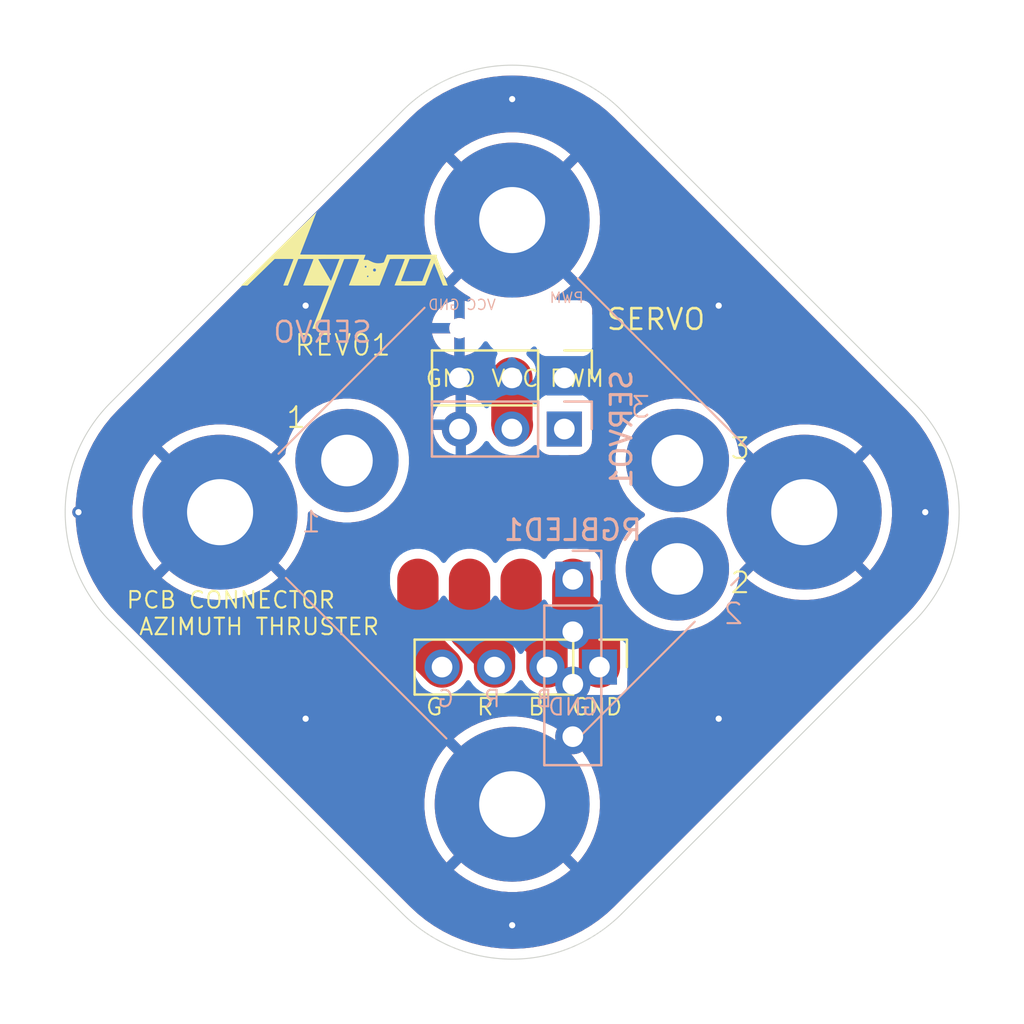
<source format=kicad_pcb>
(kicad_pcb (version 20241229) (generator "pcbnew") (generator_version "9.0")
  (layers (0 "F.Cu" signal) (2 "B.Cu" signal) (13 "F.Paste" user) (15 "B.Paste" user) (5 "F.SilkS" user "F.Silkscreen") (7 "B.SilkS" user "B.Silkscreen") (1 "F.Mask" user) (3 "B.Mask" user) (25 "Edge.Cuts" user))
  (net 0 "")
  (net 1 "Net-(SERVO1-Pin_1)")
  (net 2 "GND")
  (net 6 "+7V")
  (net 7 "Net-(RGBLED1-Pin_1)")
  (net 8 "Net-(RGBLED1-Pin_4)")
  (net 9 "Net-(RGBLED1-Pin_2)")
  (net 10 "Net-(RGBLED1-Pin_3)")
  (footprint "specific_footprint_library:bldc_connector" (layer "F.Cu") (at 81.64465 65.006068)
    (property "Reference" "BLDC1" (hide yes))
    (property "Value" "~")
    (pad "1" thru_hole circle (at 0 0) (size 5 5) (drill 2.5) (layers "*.Cu" "*.Mask"))
  )
  (footprint "custom_M3_pad_library:MountingHole_3.2mm_M3_large_PAD_for_spacer" (layer "F.Cu") (at 89.64465 81.648188)
    (property "Reference" "H3" (hide yes))
    (property "Value" "MountingHole_Pad")
    (pad "1" thru_hole circle (at 0 0) (size 7.5 7.5) (drill 3.2) (layers "*.Cu" "F.Mask") (net 2 "GND"))
  )
  (footprint "custom_M3_pad_library:MountingHole_3.2mm_M3_large_PAD_for_spacer" (layer "F.Cu") (at 75.50253 67.506068)
    (property "Reference" "H2" (hide yes))
    (property "Value" "MountingHole_Pad")
    (pad "1" thru_hole circle (at 0 0) (size 7.5 7.5) (drill 3.2) (layers "*.Cu" "F.Mask") (net 2 "GND"))
  )
  (footprint "specific_footprint_library:bldc_connector" (layer "F.Cu") (at 97.64465 70.256068)
    (property "Reference" "BLDC3" (hide yes))
    (property "Value" "~")
    (pad "1" thru_hole circle (at 0 0) (size 5 5) (drill 2.5) (layers "*.Cu" "*.Mask"))
  )
  (footprint "custom_M3_pad_library:MountingHole_3.2mm_M3_large_PAD_for_spacer" (layer "F.Cu") (at 103.78677 67.506068)
    (property "Reference" "H4" (hide yes))
    (property "Value" "MountingHole_Pad")
    (pad "1" thru_hole circle (at 0 0) (size 7.5 7.5) (drill 3.2) (layers "*.Cu" "F.Mask") (net 2 "GND"))
  )
  (footprint "Connector_PinHeader_2.54mm:PinHeader_1x03_P2.54mm_Vertical" (layer "F.Cu") (at 92.172085 61.006068 -90)
    (property "Reference" "SERVO2" (hide yes))
    (property "Value" "~")
    (fp_line (start -1.33 6.41) (end 1.33 6.41) (stroke (width 0.12)) (layer "F.SilkS"))
    (fp_line (start -1.33 1.27) (end -1.33 6.41) (stroke (width 0.12)) (layer "F.SilkS"))
    (fp_line (start -1.33 1.27) (end 1.33 1.27) (stroke (width 0.12)) (layer "F.SilkS"))
    (fp_line (start 1.33 1.27) (end 1.33 6.41) (stroke (width 0.12)) (layer "F.SilkS"))
    (fp_line (start -1.33 0) (end -1.33 -1.33) (stroke (width 0.12)) (layer "F.SilkS"))
    (fp_line (start -1.33 -1.33) (end 0 -1.33) (stroke (width 0.12)) (layer "F.SilkS"))
    (pad "1" thru_hole rect (at 0 0 270) (size 1.7 1.7) (drill 1) (layers "*.Cu" "*.Mask") (net 1 "Net-(SERVO1-Pin_1)"))
    (pad "2" thru_hole oval (at 0 2.54 270) (size 1.7 1.7) (drill 1) (layers "*.Cu" "*.Mask") (net 6 "+7V"))
    (pad "3" thru_hole oval (at 0 5.08 270) (size 1.7 1.7) (drill 1) (layers "*.Cu" "*.Mask") (net 2 "GND"))
  )
  (footprint "custom_M3_pad_library:MountingHole_3.2mm_M3_large_PAD_for_spacer" (layer "F.Cu") (at 89.64465 53.363948)
    (property "Reference" "H1" (hide yes))
    (property "Value" "MountingHole_Pad")
    (pad "1" thru_hole circle (at 0 0) (size 7.5 7.5) (drill 3.2) (layers "*.Cu" "F.Mask") (net 2 "GND"))
  )
  (footprint "specific_footprint_library:bldc_connector" (layer "F.Cu") (at 97.64465 65.006068)
    (property "Reference" "BLDC2" (hide yes))
    (property "Value" "~")
    (pad "1" thru_hole circle (at 0 0) (size 5 5) (drill 2.5) (layers "*.Cu" "*.Mask"))
  )
  (footprint "Connector_PinHeader_2.54mm:PinHeader_1x04_P2.54mm_Vertical" (layer "F.Cu") (at 93.870309 75.006068 -90)
    (property "Reference" "RGBLED2" (hide yes))
    (property "Value" "Conn_01x04_Pin")
    (fp_line (start -1.33 8.95) (end 1.33 8.95) (stroke (width 0.12)) (layer "F.SilkS"))
    (fp_line (start -1.33 1.27) (end -1.33 8.95) (stroke (width 0.12)) (layer "F.SilkS"))
    (fp_line (start -1.33 1.27) (end 1.33 1.27) (stroke (width 0.12)) (layer "F.SilkS"))
    (fp_line (start 1.33 1.27) (end 1.33 8.95) (stroke (width 0.12)) (layer "F.SilkS"))
    (fp_line (start -1.33 0) (end -1.33 -1.33) (stroke (width 0.12)) (layer "F.SilkS"))
    (fp_line (start -1.33 -1.33) (end 0 -1.33) (stroke (width 0.12)) (layer "F.SilkS"))
    (pad "1" thru_hole rect (at 0 0 270) (size 1.7 1.7) (drill 1) (layers "*.Cu" "*.Mask") (net 7 "Net-(RGBLED1-Pin_1)"))
    (pad "2" thru_hole oval (at 0 2.54 270) (size 1.7 1.7) (drill 1) (layers "*.Cu" "*.Mask") (net 9 "Net-(RGBLED1-Pin_2)"))
    (pad "3" thru_hole oval (at 0 5.08 270) (size 1.7 1.7) (drill 1) (layers "*.Cu" "*.Mask") (net 10 "Net-(RGBLED1-Pin_3)"))
    (pad "4" thru_hole oval (at 0 7.62 270) (size 1.7 1.7) (drill 1) (layers "*.Cu" "*.Mask") (net 8 "Net-(RGBLED1-Pin_4)"))
  )
  (footprint "aqua_rogo:aqua_rogo" (layer "F.Cu") (at 81.39465 55.756068)
    (property "Reference" "G***" (hide yes))
    (property "Value" "LOGO" (hide yes))
    (fp_poly (pts (xy -1.227114 -2.768369) (xy -1.236997 -2.74129) (xy -1.253263 -2.69798) (xy -1.27545 -2.639639) (xy -1.303095 -2.567463) (xy -1.335737 -2.482651) (xy -1.372914 -2.3864) (xy -1.414163 -2.27991) (xy -1.459023 -2.164376) (xy -1.507031 -2.040998) (xy -1.557726 -1.910973) (xy -1.610644 -1.7755) (xy -1.618788 -1.754674) (xy -1.67202 -1.618406) (xy -1.723097 -1.48735) (xy -1.771555 -1.362708) (xy -1.816932 -1.245684) (xy -1.858767 -1.137482) (xy -1.896595 -1.039304) (xy -1.929955 -0.952354) (xy -1.958383 -0.877835) (xy -1.981419 -0.816951) (xy -1.998598 -0.770904) (xy -2.009458 -0.740898) (xy -2.013537 -0.728136) (xy -2.013537 -0.727787) (xy -2.003268 -0.72695) (xy -1.97406 -0.72614) (xy -1.926982 -0.725361) (xy -1.863105 -0.724618) (xy -1.783496 -0.723916) (xy -1.689226 -0.723261) (xy -1.581364 -0.722658) (xy -1.460978 -0.722111) (xy -1.329139 -0.721626) (xy -1.186915 -0.721207) (xy -1.035376 -0.72086) (xy -0.87559 -0.72059) (xy -0.708628 -0.720402) (xy -0.535558 -0.720301) (xy -0.42958 -0.720284) (xy -0.25344 -0.720235) (xy -0.082813 -0.72009) (xy 0.081237 -0.719856) (xy 0.237643 -0.719537) (xy 0.38534 -0.719139) (xy 0.523263 -0.718668) (xy 0.650345 -0.718128) (xy 0.765521 -0.717525) (xy 0.867724 -0.716864) (xy 0.955891 -0.716151) (xy 1.028954 -0.715391) (xy 1.085847 -0.714589) (xy 1.125506 -0.713751) (xy 1.146865 -0.712883) (xy 1.150452 -0.712347) (xy 1.146915 -0.70047) (xy 1.13728 -0.673981) (xy 1.123017 -0.636789) (xy 1.105592 -0.592806) (xy 1.105435 -0.592414) (xy 1.087994 -0.548426) (xy 1.0737 -0.511235) (xy 1.064019 -0.484738) (xy 1.060417 -0.472832) (xy 1.060417 -0.472801) (xy 1.069723 -0.469606) (xy 1.094852 -0.466995) (xy 1.131622 -0.465293) (xy 1.162957 -0.464815) (xy 1.265498 -0.464446) (xy 1.390547 -0.402559) (xy 1.478714 -0.361764) (xy 1.556764 -0.332553) (xy 1.629934 -0.313683) (xy 1.703463 -0.303912) (xy 1.782589 -0.301996) (xy 1.810712 -0.302871) (xy 1.890188 -0.308697) (xy 1.951473 -0.318774) (xy 1.980779 -0.327183) (xy 2.035801 -0.346625) (xy 2.109977 -0.533454) (xy 2.184154 -0.720284) (xy 3.404057 -0.720284) (xy 3.585813 -0.720274) (xy 3.748597 -0.720232) (xy 3.893442 -0.720144) (xy 4.021385 -0.719994) (xy 4.133459 -0.719769) (xy 4.2307 -0.719453) (xy 4.314144 -0.719031) (xy 4.384823 -0.718488) (xy 4.443775 -0.71781) (xy 4.492034 -0.71698) (xy 4.530634 -0.715985) (xy 4.56061 -0.71481) (xy 4.582998 -0.713438) (xy 4.598833 -0.711857) (xy 4.609149 -0.71005) (xy 4.614981 -0.708003) (xy 4.617365 -0.7057) (xy 4.617335 -0.703127) (xy 4.61721 -0.702777) (xy 4.61046 -0.68193) (xy 4.602257 -0.652385) (xy 4.600435 -0.645255) (xy 4.598772 -0.63706) (xy 4.59817 -0.627839) (xy 4.599103 -0.616256) (xy 4.602048 -0.60098) (xy 4.607478 -0.580678) (xy 4.615869 -0.554018) (xy 4.627695 -0.519665) (xy 4.643433 -0.476288) (xy 4.663556 -0.422554) (xy 4.68854 -0.35713) (xy 4.71886 -0.278683) (xy 4.754991 -0.18588) (xy 4.797407 -0.077389) (xy 4.846584 0.048123) (xy 4.857132 0.075029) (xy 4.900705 0.186153) (xy 4.942207 0.291977) (xy 4.981049 0.391004) (xy 5.016646 0.48174) (xy 5.048409 0.562688) (xy 5.075753 0.632351) (xy 5.098089 0.689235) (xy 5.114831 0.731843) (xy 5.125391 0.758679) (xy 5.129133 0.76813) (xy 5.127369 0.773688) (xy 5.114843 0.777153) (xy 5.088951 0.778758) (xy 5.047089 0.778734) (xy 5.01723 0.778133) (xy 4.900047 0.775305) (xy 4.688404 0.232625) (xy 4.649826 0.133936) (xy 4.613334 0.041029) (xy 4.579582 -0.04446) (xy 4.549226 -0.120893) (xy 4.52292 -0.186632) (xy 4.501319 -0.240041) (xy 4.485077 -0.279482) (xy 4.474849 -0.303319) (xy 4.471361 -0.310089) (xy 4.466839 -0.301044) (xy 4.45574 -0.274995) (xy 4.438725 -0.233593) (xy 4.416454 -0.178487) (xy 4.389588 -0.111326) (xy 4.358788 -0.033761) (xy 4.324713 0.052558) (xy 4.288024 0.145983) (xy 4.257487 0.224084) (xy 4.219091 0.322364) (xy 4.182748 0.415174) (xy 4.149129 0.500821) (xy 4.118901 0.577609) (xy 4.092735 0.643844) (xy 4.071299 0.697831) (xy 4.055263 0.737875) (xy 4.045296 0.762282) (xy 4.042171 0.769363) (xy 4.034229 0.771618) (xy 4.012901 0.773536) (xy 3.977441 0.775126) (xy 3.927101 0.776397) (xy 3.861134 0.777357) (xy 3.778791 0.778014) (xy 3.679325 0.778377) (xy 3.561989 0.778455) (xy 3.426035 0.778255) (xy 3.294142 0.77787) (xy 2.552956 0.775305) (xy 2.639559 0.553507) (xy 2.873762 0.553507) (xy 2.875704 0.556989) (xy 2.881677 0.559832) (xy 2.893277 0.562082) (xy 2.912097 0.563787) (xy 2.939731 0.564994) (xy 2.977772 0.565751) (xy 3.027815 0.566105) (xy 3.091453 0.566102) (xy 3.170281 0.565791) (xy 3.265892 0.565219) (xy 3.379881 0.564432) (xy 3.382685 0.564412) (xy 3.896008 0.560765) (xy 3.915259 0.507972) (xy 3.926013 0.479261) (xy 3.94345 0.433704) (xy 3.966887 0.373053) (xy 3.995637 0.299063) (xy 4.029017 0.21349) (xy 4.066341 0.118086) (xy 4.106925 0.014607) (xy 4.150083 -0.095193) (xy 4.195133 -0.209559) (xy 4.211078 -0.249983) (xy 4.237428 -0.316848) (xy 4.261199 -0.377348) (xy 4.281452 -0.429073) (xy 4.297244 -0.46961) (xy 4.307632 -0.496549) (xy 4.311676 -0.507477) (xy 4.311697 -0.507584) (xy 4.302005 -0.50809) (xy 4.274174 -0.508564) (xy 4.230076 -0.508996) (xy 4.171579 -0.509377) (xy 4.100555 -0.509697) (xy 4.018871 -0.509946) (xy 3.9284 -0.510116) (xy 3.831009 -0.510196) (xy 3.798459 -0.510201) (xy 3.285222 -0.510201) (xy 3.082188 0.010208) (xy 3.044293 0.107447) (xy 3.008525 0.199437) (xy 2.975558 0.284429) (xy 2.946068 0.360674) (xy 2.920729 0.42642) (xy 2.900216 0.479919) (xy 2.885205 0.519421) (xy 2.876369 0.543175) (xy 2.874258 0.549338) (xy 2.873762 0.553507) (xy 2.639559 0.553507) (xy 2.79709 0.150058) (xy 2.838713 0.043414) (xy 2.878266 -0.058009) (xy 2.915132 -0.15263) (xy 2.9487 -0.238868) (xy 2.978353 -0.315143) (xy 3.003479 -0.379876) (xy 3.023463 -0.431486) (xy 3.037691 -0.468393) (xy 3.045549 -0.489017) (xy 3.046886 -0.492695) (xy 3.04737 -0.497288) (xy 3.044293 -0.501002) (xy 3.035773 -0.503929) (xy 3.019931 -0.506162) (xy 2.994887 -0.507795) (xy 2.958761 -0.508919) (xy 2.909671 -0.509629) (xy 2.845739 -0.510017) (xy 2.765084 -0.510176) (xy 2.692803 -0.510201) (xy 2.593594 -0.510048) (xy 2.512827 -0.509553) (xy 2.448938 -0.508662) (xy 2.400364 -0.507322) (xy 2.365541 -0.505479) (xy 2.342905 -0.503079) (xy 2.330893 -0.500069) (xy 2.328015 -0.497697) (xy 2.321575 -0.481437) (xy 2.308661 -0.448587) (xy 2.290048 -0.401128) (xy 2.266508 -0.34104) (xy 2.238818 -0.270304) (xy 2.207749 -0.1909) (xy 2.174078 -0.10481) (xy 2.138577 -0.014015) (xy 2.10202 0.079506) (xy 2.065183 0.17377) (xy 2.028839 0.266798) (xy 1.993761 0.356608) (xy 1.960725 0.441221) (xy 1.930504 0.518654) (xy 1.903872 0.586927) (xy 1.881604 0.64406) (xy 1.864473 0.688071) (xy 1.853254 0.716981) (xy 1.849099 0.727786) (xy 1.829283 0.780307) (xy 1.083638 0.780307) (xy 0.938787 0.780245) (xy 0.81282 0.780048) (xy 0.704613 0.779696) (xy 0.613042 0.779171) (xy 0.536982 0.778454) (xy 0.47531 0.777524) (xy 0.426901 0.776365) (xy 0.390633 0.774955) (xy 0.36538 0.773278) (xy 0.350019 0.771313) (xy 0.343426 0.769041) (xy 0.343059 0.767802) (xy 0.347261 0.757109) (xy 0.358012 0.729652) (xy 0.374582 0.687301) (xy 0.396239 0.631926) (xy 0.422253 0.5654) (xy 0.451891 0.489593) (xy 0.484422 0.406376) (xy 0.512728 0.333961) (xy 1.22048 0.333961) (xy 1.224755 0.358625) (xy 1.240167 0.368393) (xy 1.260121 0.368103) (xy 1.278972 0.361612) (xy 1.287197 0.343968) (xy 1.288543 0.333937) (xy 1.287523 0.310074) (xy 1.27649 0.299018) (xy 1.272457 0.297731) (xy 1.245092 0.298592) (xy 1.225963 0.313943) (xy 1.22048 0.333961) (xy 0.512728 0.333961) (xy 0.519116 0.317619) (xy 0.555241 0.225195) (xy 0.592065 0.130974) (xy 0.628011 0.038998) (xy 1.511462 0.038998) (xy 1.52626 0.069197) (xy 1.536953 0.079305) (xy 1.572292 0.097448) (xy 1.606676 0.095633) (xy 1.631534 0.08132) (xy 1.649788 0.057224) (xy 1.654651 0.026155) (xy 1.648289 -0.01022) (xy 1.627785 -0.033574) (xy 1.593656 -0.045913) (xy 1.567766 -0.047203) (xy 1.546576 -0.03611) (xy 1.536267 -0.026583) (xy 1.514789 0.005753) (xy 1.511462 0.038998) (xy 0.628011 0.038998) (xy 0.628859 0.036828) (xy 0.664889 -0.055374) (xy 0.696327 -0.13583) (xy 1.110437 -0.13583) (xy 1.118198 -0.10807) (xy 1.14039 -0.093536) (xy 1.165409 -0.092086) (xy 1.184749 -0.095783) (xy 1.193318 -0.105855) (xy 1.195439 -0.128481) (xy 1.19547 -0.135054) (xy 1.194027 -0.161037) (xy 1.187013 -0.173264) (xy 1.170405 -0.177923) (xy 1.167354 -0.178293) (xy 1.135549 -0.174825) (xy 1.115649 -0.157585) (xy 1.110437 -0.13583) (xy 0.696327 -0.13583) (xy 0.699426 -0.14376) (xy 0.731738 -0.226458) (xy 0.761093 -0.301598) (xy 0.786761 -0.367309) (xy 0.808009 -0.42172) (xy 0.824108 -0.462959) (xy 0.834325 -0.489156) (xy 0.837695 -0.497822) (xy 0.83532 -0.50121) (xy 0.824231 -0.503898) (xy 0.802826 -0.505932) (xy 0.769501 -0.507357) (xy 0.722652 -0.508217) (xy 0.660678 -0.508558) (xy 0.581973 -0.508423) (xy 0.484937 -0.507859) (xy 0.480364 -0.507826) (xy 0.11816 -0.505199) (xy -0.542813 1.187967) (xy -1.203786 2.881134) (xy -1.239644 2.879299) (xy -1.267638 2.877635) (xy -1.307243 2.874998) (xy -1.350119 2.871945) (xy -1.352132 2.871796) (xy -1.428761 2.866128) (xy -1.024518 1.83072) (xy -0.970906 1.693336) (xy -0.919376 1.561159) (xy -0.870391 1.435386) (xy -0.824414 1.317209) (xy -0.781909 1.207825) (xy -0.743338 1.108427) (xy -0.709165 1.02021) (xy -0.679852 0.944369) (xy -0.655862 0.882098) (xy -0.63766 0.834592) (xy -0.625707 0.803045) (xy -0.620467 0.788653) (xy -0.62026 0.787885) (xy -0.629979 0.786539) (xy -0.65801 0.785191) (xy -0.702658 0.783868) (xy -0.762228 0.782596) (xy -0.835024 0.781404) (xy -0.919351 0.780317) (xy -1.013514 0.779364) (xy -1.115817 0.778572) (xy -1.224565 0.777967) (xy -1.244534 0.777881) (xy -1.868823 0.775305) (xy -1.624622 0.150058) (xy -1.582988 0.043416) (xy -1.543428 -0.058005) (xy -1.506555 -0.152624) (xy -1.472984 -0.238861) (xy -1.443328 -0.315136) (xy -1.418201 -0.379869) (xy -1.398218 -0.431479) (xy -1.383994 -0.468388) (xy -1.376141 -0.489015) (xy -1.374806 -0.492695) (xy -1.374514 -0.495549) (xy -1.136594 -0.495549) (xy -1.13598 -0.492976) (xy -1.129815 -0.481324) (xy -1.114472 -0.454033) (xy -1.090887 -0.412728) (xy -1.059999 -0.359031) (xy -1.022746 -0.294567) (xy -0.980064 -0.220959) (xy -0.932892 -0.139831) (xy -0.882167 -0.052806) (xy -0.848572 0.00472) (xy -0.78388 0.115413) (xy -0.728546 0.210077) (xy -0.681832 0.289955) (xy -0.642996 0.35629) (xy -0.611299 0.410326) (xy -0.586002 0.453305) (xy -0.566365 0.486472) (xy -0.551647 0.511069) (xy -0.54111 0.528339) (xy -0.534013 0.539527) (xy -0.529617 0.545874) (xy -0.527181 0.548625) (xy -0.525967 0.549023) (xy -0.525235 0.548311) (xy -0.525173 0.548241) (xy -0.521113 0.538612) (xy -0.510481 0.512093) (xy -0.493969 0.470436) (xy -0.472266 0.415396) (xy -0.446062 0.348727) (xy -0.416046 0.272181) (xy -0.38291 0.187512) (xy -0.347341 0.096475) (xy -0.335067 0.065025) (xy -0.298171 -0.029535) (xy -0.262956 -0.11977) (xy -0.230195 -0.203705) (xy -0.200657 -0.279366) (xy -0.175115 -0.344777) (xy -0.15434 -0.397963) (xy -0.139102 -0.436949) (xy -0.130173 -0.45976) (xy -0.129026 -0.462683) (xy -0.110336 -0.510201) (xy -0.626463 -0.510201) (xy -0.741394 -0.510169) (xy -0.837892 -0.510036) (xy -0.91753 -0.50975) (xy -0.981883 -0.509257) (xy -1.032525 -0.508505) (xy -1.07103 -0.507439) (xy -1.098972 -0.506006) (xy -1.117925 -0.504155) (xy -1.129464 -0.50183) (xy -1.135162 -0.498979) (xy -1.136594 -0.495549) (xy -1.374514 -0.495549) (xy -1.374341 -0.497239) (xy -1.377396 -0.50092) (xy -1.38583 -0.503827) (xy -1.401503 -0.506048) (xy -1.426275 -0.507671) (xy -1.462003 -0.508785) (xy -1.510549 -0.509478) (xy -1.573772 -0.509838) (xy -1.65353 -0.509954) (xy -1.737511 -0.509925) (xy -2.10583 -0.509648) (xy -2.355974 0.132828) (xy -2.606118 0.775305) (xy -2.718616 0.778133) (xy -2.770442 0.778583) (xy -2.80751 0.777075) (xy -2.827813 0.773736) (xy -2.831115 0.771004) (xy -2.827563 0.760213) (xy -2.817309 0.732358) (xy -2.800952 0.689003) (xy -2.779095 0.631712) (xy -2.752339 0.562048) (xy -2.721285 0.481576) (xy -2.686535 0.391858) (xy -2.648689 0.294458) (xy -2.608349 0.190941) (xy -2.589601 0.14293) (xy -2.548208 0.036912) (xy -2.508915 -0.063881) (xy -2.472337 -0.15786) (xy -2.439091 -0.243435) (xy -2.409791 -0.319017) (xy -2.385054 -0.383016) (xy -2.365496 -0.433844) (xy -2.351733 -0.46991) (xy -2.34438 -0.489625) (xy -2.343338 -0.492695) (xy -2.34316 -0.496828) (xy -2.346196 -0.500256) (xy -2.354129 -0.503044) (xy -2.368644 -0.505259) (xy -2.391424 -0.506965) (xy -2.424154 -0.508228) (xy -2.468518 -0.509115) (xy -2.5262 -0.50969) (xy -2.598884 -0.510019) (xy -2.688255 -0.510167) (xy -2.792739 -0.510201) (xy -3.24689 -0.510201) (xy -3.906844 0.134551) (xy -4.566799 0.779303) (xy -4.721804 0.779805) (xy -4.876809 0.780307) (xy -4.766822 0.671338) (xy -4.729775 0.634756) (xy -4.680829 0.586616) (xy -4.620724 0.527641) (xy -4.550201 0.45855) (xy -4.47 0.380067) (xy -4.380863 0.292912) (xy -4.28353 0.197805) (xy -4.178741 0.095469) (xy -4.067239 -0.013376) (xy -3.949762 -0.128007) (xy -3.827053 -0.247705) (xy -3.699851 -0.371748) (xy -3.568898 -0.499414) (xy -3.434934 -0.629983) (xy -3.298701 -0.762732) (xy -3.160938 -0.896942) (xy -3.022387 -1.03189) (xy -2.883788 -1.166856) (xy -2.745882 -1.301118) (xy -2.60941 -1.433955) (xy -2.475112 -1.564646) (xy -2.34373 -1.692469) (xy -2.216004 -1.816704) (xy -2.092674 -1.936629) (xy -1.974482 -2.051522) (xy -1.862169 -2.160664) (xy -1.756474 -2.263331) (xy -1.65814 -2.358805) (xy -1.567906 -2.446362) (xy -1.486513 -2.525282) (xy -1.414702 -2.594843) (xy -1.353214 -2.654325) (xy -1.302789 -2.703006) (xy -1.264169 -2.740165) (xy -1.238094 -2.76508) (xy -1.225305 -2.777031) (xy -1.224076 -2.778021)) (fill yes) (layer "F.SilkS"))
  )
  (footprint "Connector_PinHeader_2.54mm:PinHeader_1x04_P2.54mm_Vertical" (layer "B.Cu") (at 92.580309 70.756068 180)
    (property "Reference" "RGBLED1" (at 0 2.38 0) (layer "B.SilkS") (effects (justify mirror)))
    (property "Value" "Conn_01x04_Pin")
    (fp_line (start 1.38 -1.27) (end 1.38 -9) (stroke (width 0.12)) (layer "B.SilkS"))
    (fp_line (start -1.38 1.38) (end 0 1.38) (stroke (width 0.12)) (layer "B.SilkS"))
    (fp_line (start -1.38 0) (end -1.38 1.38) (stroke (width 0.12)) (layer "B.SilkS"))
    (fp_line (start -1.38 -1.27) (end 1.38 -1.27) (stroke (width 0.12)) (layer "B.SilkS"))
    (fp_line (start -1.38 -1.27) (end -1.38 -9) (stroke (width 0.12)) (layer "B.SilkS"))
    (fp_line (start -1.38 -9) (end 1.38 -9) (stroke (width 0.12)) (layer "B.SilkS"))
    (pad "1" thru_hole rect (at 0 0 180) (size 1.7 1.7) (drill 1) (layers "*.Cu" "*.Mask") (net 7 "Net-(RGBLED1-Pin_1)"))
    (pad "2" thru_hole circle (at 0 -2.54 180) (size 1.7 1.7) (drill 1) (layers "*.Cu" "*.Mask") (net 9 "Net-(RGBLED1-Pin_2)"))
    (pad "3" thru_hole circle (at 0 -5.08 180) (size 1.7 1.7) (drill 1) (layers "*.Cu" "*.Mask") (net 10 "Net-(RGBLED1-Pin_3)"))
    (pad "4" thru_hole circle (at 0 -7.62 180) (size 1.7 1.7) (drill 1) (layers "*.Cu" "*.Mask") (net 8 "Net-(RGBLED1-Pin_4)"))
  )
  (footprint "Connector_PinSocket_2.54mm:PinSocket_1x03_P2.54mm_Vertical" (layer "B.Cu") (at 92.16965 63.481068 90)
    (property "Reference" "SERVO1" (at 0 2.77 90) (layer "B.SilkS") (effects (justify mirror)))
    (property "Value" "~")
    (fp_line (start -1.33 -6.41) (end 1.33 -6.41) (stroke (width 0.12)) (layer "B.SilkS"))
    (fp_line (start 1.33 -1.27) (end 1.33 -6.41) (stroke (width 0.12)) (layer "B.SilkS"))
    (fp_line (start -1.33 -1.27) (end -1.33 -6.41) (stroke (width 0.12)) (layer "B.SilkS"))
    (fp_line (start -1.33 -1.27) (end 1.33 -1.27) (stroke (width 0.12)) (layer "B.SilkS"))
    (fp_line (start 1.33 1.33) (end 1.33 0) (stroke (width 0.12)) (layer "B.SilkS"))
    (fp_line (start 0 1.33) (end 1.33 1.33) (stroke (width 0.12)) (layer "B.SilkS"))
    (pad "1" thru_hole rect (at 0 0 90) (size 1.7 1.7) (drill 1) (layers "*.Cu" "*.Mask") (net 1 "Net-(SERVO1-Pin_1)"))
    (pad "2" thru_hole circle (at 0 -2.54 90) (size 1.7 1.7) (drill 1) (layers "*.Cu" "*.Mask") (net 6 "+7V"))
    (pad "3" thru_hole circle (at 0 -5.08 90) (size 1.7 1.7) (drill 1) (layers "*.Cu" "*.Mask") (net 2 "GND"))
  )
  (gr_line (start 86.462673 78.466211) (end 78.684507 70.688045) (stroke (width 0.1)) (layer "B.SilkS"))
  (gr_line (start 100.958346 64.324091) (end 92.826627 56.192372) (stroke (width 0.1)) (layer "B.SilkS"))
  (gr_line (start 78.330954 64.677644) (end 85.402014 57.606584) (stroke (width 0.1)) (layer "B.SilkS"))
  (gr_line (start 100.604793 70.688045) (end 100.25124 71.041598) (stroke (width 0.1)) (layer "B.SilkS"))
  (gr_line (start 98.483475 72.809363) (end 92.826627 78.466211) (stroke (width 0.1)) (layer "B.SilkS"))
  (gr_line (start 109.090064 62.202773) (end 94.947945 48.060655) (stroke (width 0.05)) (layer "Edge.Cuts"))
  (gr_arc (start 84.341355 48.060653) (mid 89.64465 45.863956) (end 94.947945 48.060653) (stroke (width 0.05)) (layer "Edge.Cuts"))
  (gr_arc (start 70.199235 72.809363) (mid 68.002538 67.506068) (end 70.199235 62.202773) (stroke (width 0.05)) (layer "Edge.Cuts"))
  (gr_line (start 84.341355 48.060655) (end 70.199235 62.202773) (stroke (width 0.05)) (layer "Edge.Cuts"))
  (gr_line (start 70.199236 72.809363) (end 84.341355 86.951481) (stroke (width 0.05)) (layer "Edge.Cuts"))
  (gr_arc (start 94.947945 86.951483) (mid 89.64465 89.14818) (end 84.341355 86.951483) (stroke (width 0.05)) (layer "Edge.Cuts"))
  (gr_line (start 94.947944 86.951483) (end 109.090068 72.809363) (stroke (width 0.05)) (layer "Edge.Cuts"))
  (gr_arc (start 109.090065 62.202773) (mid 111.286762 67.506068) (end 109.090065 72.809363) (stroke (width 0.05)) (layer "Edge.Cuts"))
  (gr_text "2" (at 100.14465 71.506068 0) (layer "F.SilkS") (effects (font (size 1 1) (thickness 0.1)) (justify left bottom)))
  (gr_text "G" (at 85.402014 77.405552 0) (layer "F.SilkS") (effects (font (size 0.8 0.8) (thickness 0.1)) (justify left bottom)))
  (gr_text "B" (at 90.351756 77.405552 0) (layer "F.SilkS") (effects (font (size 0.8 0.8) (thickness 0.1)) (justify left bottom)))
  (gr_text "SERVO" (at 94.14465 58.756068 0) (layer "F.SilkS") (effects (font (size 1 1) (thickness 0.125)) (justify left bottom)))
  (gr_text "R" (at 87.876885 77.405552 0) (layer "F.SilkS") (effects (font (size 0.8 0.8) (thickness 0.1)) (justify left bottom)))
  (gr_text "1" (at 78.64465 63.506068 0) (layer "F.SilkS") (effects (font (size 1 1) (thickness 0.1)) (justify left bottom)))
  (gr_text "3" (at 100.14465 65.006068 0) (layer "F.SilkS") (effects (font (size 1 1) (thickness 0.1)) (justify left bottom)))
  (gr_text "REV01\n" (at 79.03806 60.006068 0) (layer "F.SilkS") (effects (font (size 1 1) (thickness 0.1)) (justify left bottom)))
  (gr_text "PCB CONNECTOR\n AZIMUTH THRUSTER" (at 70.906341 73.516469 0) (layer "F.SilkS") (effects (font (size 0.8 0.8) (thickness 0.1)) (justify left bottom)))
  (gr_text "GND" (at 92.473074 77.405552 0) (layer "F.SilkS") (effects (font (size 0.8 0.8) (thickness 0.1)) (justify left bottom)))
  (gr_text "PWM" (at 91.39985 61.500867 0) (layer "F.SilkS") (effects (font (size 0.8 0.8) (thickness 0.1)) (justify left bottom)))
  (gr_text "GND" (at 85.389449 61.500867 0) (layer "F.SilkS") (effects (font (size 0.8 0.8) (thickness 0.1)) (justify left bottom)))
  (gr_text "VCC" (at 88.571426 61.500867 0) (layer "F.SilkS") (effects (font (size 0.8 0.8) (thickness 0.1)) (justify left bottom)))
  (gr_text "B" (at 91.64465 77.006068 0) (layer "B.SilkS") (effects (font (size 0.8 0.8) (thickness 0.1)) (justify left bottom mirror)))
  (gr_text "PWM" (at 93.14465 57.413568 0) (layer "B.SilkS") (effects (font (size 0.5 0.5) (thickness 0.0625)) (justify left bottom mirror)))
  (gr_text "G" (at 86.89465 77.006068 0) (layer "B.SilkS") (effects (font (size 0.8 0.8) (thickness 0.1)) (justify left bottom mirror)))
  (gr_text "SERVO" (at 82.927143 59.374349 0) (layer "B.SilkS") (effects (font (size 1 1) (thickness 0.125)) (justify left bottom mirror)))
  (gr_text "VCC" (at 88.89465 57.756068 0) (layer "B.SilkS") (effects (font (size 0.5 0.5) (thickness 0.0625)) (justify left bottom mirror)))
  (gr_text "3" (at 96.39465 63.006068 0) (layer "B.SilkS") (effects (font (size 1 1) (thickness 0.1)) (justify left bottom mirror)))
  (gr_text "R" (at 89.14465 77.006068 0) (layer "B.SilkS") (effects (font (size 0.8 0.8) (thickness 0.1)) (justify left bottom mirror)))
  (gr_text "GND" (at 93.887286 77.405552 0) (layer "B.SilkS") (effects (font (size 0.8 0.8) (thickness 0.1)) (justify left bottom mirror)))
  (gr_text "1" (at 80.452272 68.566727 0) (layer "B.SilkS") (effects (font (size 1 1) (thickness 0.1)) (justify left bottom mirror)))
  (gr_text "2" (at 100.89465 73.006068 0) (layer "B.SilkS") (effects (font (size 1 1) (thickness 0.1)) (justify left bottom mirror)))
  (gr_text "GND" (at 87.14465 57.756068 0) (layer "B.SilkS") (effects (font (size 0.5 0.5) (thickness 0.0625)) (justify left bottom mirror)))
  (via (at 89.64465 87.506068) (size 0.6) (drill 0.3) (layers "F.Cu" "B.Cu") (net 2))
  (via (at 99.64465 57.506068) (size 0.6) (drill 0.3) (layers "F.Cu" "B.Cu") (net 2))
  (via (at 79.64465 77.506068) (size 0.6) (drill 0.3) (layers "F.Cu" "B.Cu") (net 2))
  (via (at 109.64465 67.506068) (size 0.6) (drill 0.3) (layers "F.Cu" "B.Cu") (net 2))
  (via (at 99.64465 77.506068) (size 0.6) (drill 0.3) (layers "F.Cu" "B.Cu") (net 2))
  (via (at 68.64465 67.506068) (size 0.6) (drill 0.3) (layers "F.Cu" "B.Cu") (net 2))
  (via (at 89.64465 47.506068) (size 0.6) (drill 0.3) (layers "F.Cu" "B.Cu") (net 2))
  (via (at 79.64465 57.506068) (size 0.6) (drill 0.3) (layers "F.Cu" "B.Cu") (net 2))
  (segment (start 89.632085 63.243503) (end 89.657214 63.268632) (width 2) (layer "F.Cu") (net 6))
  (segment (start 89.30715 63.618696) (end 89.657214 63.268632) (width 0.5) (layer "F.Cu") (net 6))
  (segment (start 89.632085 61.006068) (end 89.632085 63.243503) (width 2) (layer "F.Cu") (net 6))
  (segment (start 89.73215 63.343568) (end 89.657214 63.268632) (width 0.5) (layer "F.Cu") (net 6))
  (segment (start 89.657214 63.743506) (end 89.657214 63.268632) (width 0.5) (layer "F.Cu") (net 6))
  (segment (start 90.044585 60.668568) (end 89.632085 60.256068) (width 0.5) (layer "B.Cu") (net 6))
  (segment (start 93.870309 73.288016) (end 93.870309 75.006068) (width 2) (layer "F.Cu") (net 7))
  (segment (start 92.580309 71.998016) (end 93.870309 73.288016) (width 2) (layer "F.Cu") (net 7))
  (segment (start 92.580309 70.756068) (end 92.580309 71.998016) (width 2) (layer "F.Cu") (net 7))
  (segment (start 85.080309 70.756068) (end 85.080309 73.836068) (width 2) (layer "F.Cu") (net 8))
  (segment (start 85.080309 73.836068) (end 86.250309 75.006068) (width 2) (layer "F.Cu") (net 8))
  (segment (start 90.080309 70.756068) (end 90.080309 72.6107) (width 2) (layer "F.Cu") (net 9))
  (segment (start 91.330309 73.8607) (end 91.330309 75.006068) (width 2) (layer "F.Cu") (net 9))
  (segment (start 90.080309 72.6107) (end 91.330309 73.8607) (width 2) (layer "F.Cu") (net 9))
  (segment (start 87.580309 73.223384) (end 88.790309 74.433384) (width 2) (layer "F.Cu") (net 10))
  (segment (start 87.580309 70.756068) (end 87.580309 73.223384) (width 2) (layer "F.Cu") (net 10))
  (segment (start 88.790309 74.433384) (end 88.790309 75.006068) (width 2) (layer "F.Cu") (net 10))
  (zone (net 2) (net_name "GND") (layers "F.Cu" "B.Cu") (connect_pads (clearance 0.5)) (min_thickness 0.25) (fill yes (thermal_gap 0.5) (thermal_bridge_width 0.5))
    (polygon (pts (xy 89.64465 42.757358) (xy 64.89594 67.506068) (xy 89.64465 92.254778) (xy 114.39336 67.506068)))
  )
)
</source>
